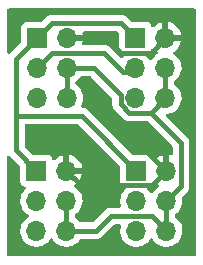
<source format=gbr>
%TF.GenerationSoftware,KiCad,Pcbnew,(6.0.7-1)-1*%
%TF.CreationDate,2022-10-12T15:16:06-04:00*%
%TF.ProjectId,Connection boardV1.0,436f6e6e-6563-4746-996f-6e20626f6172,rev?*%
%TF.SameCoordinates,Original*%
%TF.FileFunction,Copper,L1,Top*%
%TF.FilePolarity,Positive*%
%FSLAX46Y46*%
G04 Gerber Fmt 4.6, Leading zero omitted, Abs format (unit mm)*
G04 Created by KiCad (PCBNEW (6.0.7-1)-1) date 2022-10-12 15:16:06*
%MOMM*%
%LPD*%
G01*
G04 APERTURE LIST*
%TA.AperFunction,ComponentPad*%
%ADD10R,1.700000X1.700000*%
%TD*%
%TA.AperFunction,ComponentPad*%
%ADD11O,1.700000X1.700000*%
%TD*%
%TA.AperFunction,ViaPad*%
%ADD12C,0.800000*%
%TD*%
%TA.AperFunction,Conductor*%
%ADD13C,0.400000*%
%TD*%
G04 APERTURE END LIST*
D10*
%TO.P,J3,1,Pin_1*%
%TO.N,SCL*%
X111440200Y-114238800D03*
D11*
%TO.P,J3,2,Pin_2*%
%TO.N,GND*%
X113980200Y-114238800D03*
%TO.P,J3,3,Pin_3*%
%TO.N,SDA*%
X111440200Y-116778800D03*
%TO.P,J3,4,Pin_4*%
%TO.N,5V*%
X113980200Y-116778800D03*
%TO.P,J3,5,Pin_5*%
%TO.N,3.3V*%
X111440200Y-119318800D03*
%TO.P,J3,6,Pin_6*%
%TO.N,5V*%
X113980200Y-119318800D03*
%TD*%
D10*
%TO.P,J2,1,Pin_1*%
%TO.N,SCL*%
X111364000Y-102986600D03*
D11*
%TO.P,J2,2,Pin_2*%
%TO.N,GND*%
X113904000Y-102986600D03*
%TO.P,J2,3,Pin_3*%
%TO.N,SDA*%
X111364000Y-105526600D03*
%TO.P,J2,4,Pin_4*%
%TO.N,5V*%
X113904000Y-105526600D03*
%TO.P,J2,5,Pin_5*%
%TO.N,3.3V*%
X111364000Y-108066600D03*
%TO.P,J2,6,Pin_6*%
%TO.N,5V*%
X113904000Y-108066600D03*
%TD*%
D10*
%TO.P,J1,1,Pin_1*%
%TO.N,SCL*%
X103037800Y-102997000D03*
D11*
%TO.P,J1,2,Pin_2*%
%TO.N,GND*%
X105577800Y-102997000D03*
%TO.P,J1,3,Pin_3*%
%TO.N,SDA*%
X103037800Y-105537000D03*
%TO.P,J1,4,Pin_4*%
%TO.N,5V*%
X105577800Y-105537000D03*
%TO.P,J1,5,Pin_5*%
%TO.N,3.3V*%
X103037800Y-108077000D03*
%TO.P,J1,6,Pin_6*%
%TO.N,5V*%
X105577800Y-108077000D03*
%TD*%
D10*
%TO.P,J4,1,Pin_1*%
%TO.N,SCL*%
X102982000Y-114238800D03*
D11*
%TO.P,J4,2,Pin_2*%
%TO.N,GND*%
X105522000Y-114238800D03*
%TO.P,J4,3,Pin_3*%
%TO.N,SDA*%
X102982000Y-116778800D03*
%TO.P,J4,4,Pin_4*%
%TO.N,5V*%
X105522000Y-116778800D03*
%TO.P,J4,5,Pin_5*%
%TO.N,3.3V*%
X102982000Y-119318800D03*
%TO.P,J4,6,Pin_6*%
%TO.N,5V*%
X105522000Y-119318800D03*
%TD*%
D12*
%TO.N,GND*%
X108346400Y-107645200D03*
%TD*%
D13*
%TO.N,SDA*%
X110302200Y-105892600D02*
X110998000Y-105892600D01*
X108696600Y-104287000D02*
X110302200Y-105892600D01*
X104287800Y-104287000D02*
X108696600Y-104287000D01*
X110998000Y-105892600D02*
X111364000Y-105526600D01*
X103037800Y-105537000D02*
X104287800Y-104287000D01*
%TO.N,GND*%
X108346400Y-108605000D02*
X113980200Y-114238800D01*
X105577800Y-102997000D02*
X108874400Y-102997000D01*
X106772000Y-115488800D02*
X112730200Y-115488800D01*
X112730200Y-115488800D02*
X113980200Y-114238800D01*
X112654000Y-104236600D02*
X113904000Y-102986600D01*
X108346400Y-107645200D02*
X108346400Y-108605000D01*
X105522000Y-114238800D02*
X106772000Y-115488800D01*
X108874400Y-102997000D02*
X110114000Y-104236600D01*
X110114000Y-104236600D02*
X112654000Y-104236600D01*
%TO.N,5V*%
X112654000Y-109316600D02*
X115230200Y-111892800D01*
X110846233Y-109316600D02*
X112654000Y-109316600D01*
X113904000Y-108066600D02*
X113904000Y-105526600D01*
X107838400Y-105537000D02*
X110114000Y-107812600D01*
X113980200Y-119318800D02*
X113980200Y-116778800D01*
X105522000Y-116778800D02*
X105522000Y-119318800D01*
X105577800Y-105537000D02*
X105577800Y-108077000D01*
X112730200Y-118068800D02*
X113980200Y-119318800D01*
X105577800Y-105537000D02*
X107838400Y-105537000D01*
X110114000Y-107812600D02*
X110114000Y-108584367D01*
X110114000Y-108584367D02*
X110846233Y-109316600D01*
X115230200Y-115528800D02*
X113980200Y-116778800D01*
X112654000Y-109316600D02*
X113904000Y-108066600D01*
X108052000Y-119318800D02*
X109302000Y-118068800D01*
X115230200Y-111892800D02*
X115230200Y-115528800D01*
X105522000Y-119318800D02*
X108052000Y-119318800D01*
X109302000Y-118068800D02*
X112730200Y-118068800D01*
%TO.N,SCL*%
X101264225Y-109783225D02*
X101264225Y-112521025D01*
X101264225Y-104770575D02*
X101264225Y-109783225D01*
X110124400Y-101747000D02*
X104287800Y-101747000D01*
X101264225Y-112521025D02*
X102982000Y-114238800D01*
X111364000Y-102986600D02*
X110124400Y-101747000D01*
X101448962Y-109598488D02*
X101264225Y-109783225D01*
X104287800Y-101747000D02*
X103037800Y-102997000D01*
X103037800Y-102997000D02*
X101264225Y-104770575D01*
X111440200Y-114238800D02*
X106799888Y-109598488D01*
X106799888Y-109598488D02*
X101448962Y-109598488D01*
%TD*%
%TA.AperFunction,Conductor*%
%TO.N,GND*%
G36*
X116433621Y-100528502D02*
G01*
X116480114Y-100582158D01*
X116491500Y-100634500D01*
X116491500Y-121365500D01*
X116471498Y-121433621D01*
X116417842Y-121480114D01*
X116365500Y-121491500D01*
X100634500Y-121491500D01*
X100566379Y-121471498D01*
X100519886Y-121417842D01*
X100508500Y-121365500D01*
X100508500Y-113075117D01*
X100528502Y-113006996D01*
X100582158Y-112960503D01*
X100652432Y-112950399D01*
X100717012Y-112979893D01*
X100725937Y-112988742D01*
X100728868Y-112993006D01*
X100734537Y-112998057D01*
X100734538Y-112998058D01*
X100775395Y-113034460D01*
X100780671Y-113039441D01*
X101586595Y-113845365D01*
X101620621Y-113907677D01*
X101623500Y-113934460D01*
X101623500Y-115136934D01*
X101630255Y-115199116D01*
X101681385Y-115335505D01*
X101768739Y-115452061D01*
X101885295Y-115539415D01*
X101893704Y-115542567D01*
X101893705Y-115542568D01*
X102002451Y-115583335D01*
X102059216Y-115625976D01*
X102083916Y-115692538D01*
X102068709Y-115761887D01*
X102049316Y-115788368D01*
X101922629Y-115920938D01*
X101796743Y-116105480D01*
X101702688Y-116308105D01*
X101642989Y-116523370D01*
X101619251Y-116745495D01*
X101619548Y-116750648D01*
X101619548Y-116750651D01*
X101625011Y-116845390D01*
X101632110Y-116968515D01*
X101633247Y-116973561D01*
X101633248Y-116973567D01*
X101653119Y-117061739D01*
X101681222Y-117186439D01*
X101719461Y-117280611D01*
X101758072Y-117375698D01*
X101765266Y-117393416D01*
X101802689Y-117454485D01*
X101879291Y-117579488D01*
X101881987Y-117583888D01*
X102028250Y-117752738D01*
X102200126Y-117895432D01*
X102215675Y-117904518D01*
X102273445Y-117938276D01*
X102322169Y-117989914D01*
X102335240Y-118059697D01*
X102308509Y-118125469D01*
X102268055Y-118158827D01*
X102255607Y-118165307D01*
X102251474Y-118168410D01*
X102251471Y-118168412D01*
X102229357Y-118185016D01*
X102076965Y-118299435D01*
X101922629Y-118460938D01*
X101796743Y-118645480D01*
X101702688Y-118848105D01*
X101642989Y-119063370D01*
X101619251Y-119285495D01*
X101619548Y-119290648D01*
X101619548Y-119290651D01*
X101625011Y-119385390D01*
X101632110Y-119508515D01*
X101633247Y-119513561D01*
X101633248Y-119513567D01*
X101653119Y-119601739D01*
X101681222Y-119726439D01*
X101719461Y-119820611D01*
X101748535Y-119892211D01*
X101765266Y-119933416D01*
X101805449Y-119998989D01*
X101879291Y-120119488D01*
X101881987Y-120123888D01*
X102028250Y-120292738D01*
X102200126Y-120435432D01*
X102393000Y-120548138D01*
X102601692Y-120627830D01*
X102606760Y-120628861D01*
X102606763Y-120628862D01*
X102714017Y-120650683D01*
X102820597Y-120672367D01*
X102825772Y-120672557D01*
X102825774Y-120672557D01*
X103038673Y-120680364D01*
X103038677Y-120680364D01*
X103043837Y-120680553D01*
X103048957Y-120679897D01*
X103048959Y-120679897D01*
X103260288Y-120652825D01*
X103260289Y-120652825D01*
X103265416Y-120652168D01*
X103270366Y-120650683D01*
X103474429Y-120589461D01*
X103474434Y-120589459D01*
X103479384Y-120587974D01*
X103679994Y-120489696D01*
X103861860Y-120359973D01*
X104020096Y-120202289D01*
X104079594Y-120119489D01*
X104150453Y-120020877D01*
X104151776Y-120021828D01*
X104198645Y-119978657D01*
X104268580Y-119966425D01*
X104334026Y-119993944D01*
X104361875Y-120025794D01*
X104377852Y-120051866D01*
X104421987Y-120123888D01*
X104568250Y-120292738D01*
X104740126Y-120435432D01*
X104933000Y-120548138D01*
X105141692Y-120627830D01*
X105146760Y-120628861D01*
X105146763Y-120628862D01*
X105254017Y-120650683D01*
X105360597Y-120672367D01*
X105365772Y-120672557D01*
X105365774Y-120672557D01*
X105578673Y-120680364D01*
X105578677Y-120680364D01*
X105583837Y-120680553D01*
X105588957Y-120679897D01*
X105588959Y-120679897D01*
X105800288Y-120652825D01*
X105800289Y-120652825D01*
X105805416Y-120652168D01*
X105810366Y-120650683D01*
X106014429Y-120589461D01*
X106014434Y-120589459D01*
X106019384Y-120587974D01*
X106219994Y-120489696D01*
X106401860Y-120359973D01*
X106560096Y-120202289D01*
X106619594Y-120119489D01*
X106648132Y-120079774D01*
X106704127Y-120036126D01*
X106750455Y-120027300D01*
X108023088Y-120027300D01*
X108031658Y-120027592D01*
X108081776Y-120031009D01*
X108081780Y-120031009D01*
X108089352Y-120031525D01*
X108096829Y-120030220D01*
X108096830Y-120030220D01*
X108126298Y-120025077D01*
X108152303Y-120020538D01*
X108158821Y-120019577D01*
X108222242Y-120011902D01*
X108229343Y-120009219D01*
X108231952Y-120008578D01*
X108248262Y-120004115D01*
X108250798Y-120003350D01*
X108258284Y-120002043D01*
X108316800Y-119976356D01*
X108322904Y-119973865D01*
X108375548Y-119953973D01*
X108375549Y-119953972D01*
X108382656Y-119951287D01*
X108388919Y-119946983D01*
X108391285Y-119945746D01*
X108406097Y-119937501D01*
X108408351Y-119936168D01*
X108415305Y-119933115D01*
X108466002Y-119894213D01*
X108471332Y-119890341D01*
X108517720Y-119858461D01*
X108517725Y-119858456D01*
X108523981Y-119854157D01*
X108565436Y-119807629D01*
X108570416Y-119802354D01*
X109558565Y-118814205D01*
X109620877Y-118780179D01*
X109647660Y-118777300D01*
X110014826Y-118777300D01*
X110082947Y-118797302D01*
X110129440Y-118850958D01*
X110139544Y-118921232D01*
X110136245Y-118936964D01*
X110101189Y-119063370D01*
X110077451Y-119285495D01*
X110077748Y-119290648D01*
X110077748Y-119290651D01*
X110083211Y-119385390D01*
X110090310Y-119508515D01*
X110091447Y-119513561D01*
X110091448Y-119513567D01*
X110111319Y-119601739D01*
X110139422Y-119726439D01*
X110177661Y-119820611D01*
X110206735Y-119892211D01*
X110223466Y-119933416D01*
X110263649Y-119998989D01*
X110337491Y-120119488D01*
X110340187Y-120123888D01*
X110486450Y-120292738D01*
X110658326Y-120435432D01*
X110851200Y-120548138D01*
X111059892Y-120627830D01*
X111064960Y-120628861D01*
X111064963Y-120628862D01*
X111172217Y-120650683D01*
X111278797Y-120672367D01*
X111283972Y-120672557D01*
X111283974Y-120672557D01*
X111496873Y-120680364D01*
X111496877Y-120680364D01*
X111502037Y-120680553D01*
X111507157Y-120679897D01*
X111507159Y-120679897D01*
X111718488Y-120652825D01*
X111718489Y-120652825D01*
X111723616Y-120652168D01*
X111728566Y-120650683D01*
X111932629Y-120589461D01*
X111932634Y-120589459D01*
X111937584Y-120587974D01*
X112138194Y-120489696D01*
X112320060Y-120359973D01*
X112478296Y-120202289D01*
X112537794Y-120119489D01*
X112608653Y-120020877D01*
X112609976Y-120021828D01*
X112656845Y-119978657D01*
X112726780Y-119966425D01*
X112792226Y-119993944D01*
X112820075Y-120025794D01*
X112836052Y-120051866D01*
X112880187Y-120123888D01*
X113026450Y-120292738D01*
X113198326Y-120435432D01*
X113391200Y-120548138D01*
X113599892Y-120627830D01*
X113604960Y-120628861D01*
X113604963Y-120628862D01*
X113712217Y-120650683D01*
X113818797Y-120672367D01*
X113823972Y-120672557D01*
X113823974Y-120672557D01*
X114036873Y-120680364D01*
X114036877Y-120680364D01*
X114042037Y-120680553D01*
X114047157Y-120679897D01*
X114047159Y-120679897D01*
X114258488Y-120652825D01*
X114258489Y-120652825D01*
X114263616Y-120652168D01*
X114268566Y-120650683D01*
X114472629Y-120589461D01*
X114472634Y-120589459D01*
X114477584Y-120587974D01*
X114678194Y-120489696D01*
X114860060Y-120359973D01*
X115018296Y-120202289D01*
X115077794Y-120119489D01*
X115145635Y-120025077D01*
X115148653Y-120020877D01*
X115156367Y-120005270D01*
X115245336Y-119825253D01*
X115245337Y-119825251D01*
X115247630Y-119820611D01*
X115312570Y-119606869D01*
X115341729Y-119385390D01*
X115343356Y-119318800D01*
X115325052Y-119096161D01*
X115270631Y-118879502D01*
X115181554Y-118674640D01*
X115060214Y-118487077D01*
X114909870Y-118321851D01*
X114905819Y-118318652D01*
X114905815Y-118318648D01*
X114736608Y-118185016D01*
X114695545Y-118127098D01*
X114688700Y-118086134D01*
X114688700Y-118007097D01*
X114708702Y-117938976D01*
X114741532Y-117904518D01*
X114855856Y-117822972D01*
X114855859Y-117822970D01*
X114860060Y-117819973D01*
X115018296Y-117662289D01*
X115075504Y-117582676D01*
X115145635Y-117485077D01*
X115148653Y-117480877D01*
X115159413Y-117459107D01*
X115245336Y-117285253D01*
X115245337Y-117285251D01*
X115247630Y-117280611D01*
X115312570Y-117066869D01*
X115341729Y-116845390D01*
X115343356Y-116778800D01*
X115325052Y-116556161D01*
X115323793Y-116551148D01*
X115323791Y-116551137D01*
X115318315Y-116529340D01*
X115321118Y-116458398D01*
X115351423Y-116409547D01*
X115710720Y-116050250D01*
X115716985Y-116044396D01*
X115717438Y-116044001D01*
X115760585Y-116006361D01*
X115797329Y-115954080D01*
X115801261Y-115948786D01*
X115835991Y-115904493D01*
X115840676Y-115898518D01*
X115843799Y-115891602D01*
X115845183Y-115889316D01*
X115853557Y-115874635D01*
X115854822Y-115872275D01*
X115859190Y-115866061D01*
X115882403Y-115806523D01*
X115884959Y-115800442D01*
X115891802Y-115785288D01*
X115911245Y-115742227D01*
X115912629Y-115734760D01*
X115913430Y-115732205D01*
X115918059Y-115715952D01*
X115918722Y-115713372D01*
X115921482Y-115706291D01*
X115929822Y-115642939D01*
X115930853Y-115636432D01*
X115932340Y-115628412D01*
X115942496Y-115573614D01*
X115938909Y-115511408D01*
X115938700Y-115504154D01*
X115938700Y-111921712D01*
X115938992Y-111913142D01*
X115942409Y-111863024D01*
X115942409Y-111863020D01*
X115942925Y-111855448D01*
X115931938Y-111792497D01*
X115930976Y-111785975D01*
X115924214Y-111730098D01*
X115923302Y-111722558D01*
X115920619Y-111715457D01*
X115919978Y-111712848D01*
X115915515Y-111696538D01*
X115914750Y-111694002D01*
X115913443Y-111686516D01*
X115887756Y-111628000D01*
X115885265Y-111621896D01*
X115865373Y-111569252D01*
X115865372Y-111569251D01*
X115862687Y-111562144D01*
X115858383Y-111555881D01*
X115857146Y-111553515D01*
X115848901Y-111538703D01*
X115847568Y-111536449D01*
X115844515Y-111529495D01*
X115805613Y-111478798D01*
X115801741Y-111473468D01*
X115769861Y-111427080D01*
X115769856Y-111427075D01*
X115765557Y-111420819D01*
X115719029Y-111379364D01*
X115713754Y-111374384D01*
X113971685Y-109632315D01*
X113937659Y-109570003D01*
X113942724Y-109499188D01*
X113985271Y-109442352D01*
X114044768Y-109418242D01*
X114136003Y-109406554D01*
X114182289Y-109400625D01*
X114182292Y-109400624D01*
X114187416Y-109399968D01*
X114192366Y-109398483D01*
X114396429Y-109337261D01*
X114396434Y-109337259D01*
X114401384Y-109335774D01*
X114601994Y-109237496D01*
X114783860Y-109107773D01*
X114788868Y-109102783D01*
X114938435Y-108953737D01*
X114942096Y-108950089D01*
X114950450Y-108938464D01*
X115069435Y-108772877D01*
X115072453Y-108768677D01*
X115083133Y-108747069D01*
X115169136Y-108573053D01*
X115169137Y-108573051D01*
X115171430Y-108568411D01*
X115236370Y-108354669D01*
X115265529Y-108133190D01*
X115267156Y-108066600D01*
X115248852Y-107843961D01*
X115194431Y-107627302D01*
X115105354Y-107422440D01*
X114984014Y-107234877D01*
X114833670Y-107069651D01*
X114829619Y-107066452D01*
X114829615Y-107066448D01*
X114660408Y-106932816D01*
X114619345Y-106874898D01*
X114612500Y-106833934D01*
X114612500Y-106754897D01*
X114632502Y-106686776D01*
X114665332Y-106652318D01*
X114779656Y-106570772D01*
X114779659Y-106570770D01*
X114783860Y-106567773D01*
X114841036Y-106510797D01*
X114929155Y-106422985D01*
X114942096Y-106410089D01*
X114961978Y-106382421D01*
X115069435Y-106232877D01*
X115072453Y-106228677D01*
X115088180Y-106196857D01*
X115169136Y-106033053D01*
X115169137Y-106033051D01*
X115171430Y-106028411D01*
X115236370Y-105814669D01*
X115265529Y-105593190D01*
X115267156Y-105526600D01*
X115248852Y-105303961D01*
X115194431Y-105087302D01*
X115105354Y-104882440D01*
X114984014Y-104694877D01*
X114833670Y-104529651D01*
X114829619Y-104526452D01*
X114829615Y-104526448D01*
X114662414Y-104394400D01*
X114662410Y-104394398D01*
X114658359Y-104391198D01*
X114616569Y-104368129D01*
X114566598Y-104317697D01*
X114551826Y-104248254D01*
X114576942Y-104181848D01*
X114604294Y-104155241D01*
X114779328Y-104030392D01*
X114787200Y-104023739D01*
X114938052Y-103873412D01*
X114944730Y-103865565D01*
X115069003Y-103692620D01*
X115074313Y-103683783D01*
X115168670Y-103492867D01*
X115172469Y-103483272D01*
X115234377Y-103279510D01*
X115236555Y-103269437D01*
X115237986Y-103258562D01*
X115235775Y-103244378D01*
X115222617Y-103240600D01*
X113776000Y-103240600D01*
X113707879Y-103220598D01*
X113661386Y-103166942D01*
X113650000Y-103114600D01*
X113650000Y-102714485D01*
X114158000Y-102714485D01*
X114162475Y-102729724D01*
X114163865Y-102730929D01*
X114171548Y-102732600D01*
X115222344Y-102732600D01*
X115235875Y-102728627D01*
X115237180Y-102719547D01*
X115195214Y-102552475D01*
X115191894Y-102542724D01*
X115106972Y-102347414D01*
X115102105Y-102338339D01*
X114986426Y-102159526D01*
X114980136Y-102151357D01*
X114836806Y-101993840D01*
X114829273Y-101986815D01*
X114662139Y-101854822D01*
X114653552Y-101849117D01*
X114467117Y-101746199D01*
X114457705Y-101741969D01*
X114256959Y-101670880D01*
X114246988Y-101668246D01*
X114175837Y-101655572D01*
X114162540Y-101657032D01*
X114158000Y-101671589D01*
X114158000Y-102714485D01*
X113650000Y-102714485D01*
X113650000Y-101669702D01*
X113646082Y-101656358D01*
X113631806Y-101654371D01*
X113593324Y-101660260D01*
X113583288Y-101662651D01*
X113380868Y-101728812D01*
X113371359Y-101732809D01*
X113182463Y-101831142D01*
X113173738Y-101836636D01*
X113003433Y-101964505D01*
X112995726Y-101971348D01*
X112918478Y-102052184D01*
X112856954Y-102087614D01*
X112786042Y-102084157D01*
X112728255Y-102042911D01*
X112709402Y-102009363D01*
X112667767Y-101898303D01*
X112664615Y-101889895D01*
X112577261Y-101773339D01*
X112460705Y-101685985D01*
X112324316Y-101634855D01*
X112262134Y-101628100D01*
X111059660Y-101628100D01*
X110991539Y-101608098D01*
X110970565Y-101591195D01*
X110645850Y-101266480D01*
X110639996Y-101260215D01*
X110638212Y-101258170D01*
X110601961Y-101216615D01*
X110549680Y-101179871D01*
X110544386Y-101175939D01*
X110500093Y-101141209D01*
X110494118Y-101136524D01*
X110487202Y-101133401D01*
X110484916Y-101132017D01*
X110470235Y-101123643D01*
X110467875Y-101122378D01*
X110461661Y-101118010D01*
X110454582Y-101115250D01*
X110454580Y-101115249D01*
X110402125Y-101094798D01*
X110396056Y-101092247D01*
X110337827Y-101065955D01*
X110330360Y-101064571D01*
X110327805Y-101063770D01*
X110311552Y-101059141D01*
X110308972Y-101058478D01*
X110301891Y-101055718D01*
X110294360Y-101054727D01*
X110294358Y-101054726D01*
X110264739Y-101050827D01*
X110238539Y-101047378D01*
X110232041Y-101046348D01*
X110169214Y-101034704D01*
X110161634Y-101035141D01*
X110161633Y-101035141D01*
X110107008Y-101038291D01*
X110099754Y-101038500D01*
X104316712Y-101038500D01*
X104308142Y-101038208D01*
X104258024Y-101034791D01*
X104258020Y-101034791D01*
X104250448Y-101034275D01*
X104242971Y-101035580D01*
X104242970Y-101035580D01*
X104216492Y-101040201D01*
X104187497Y-101045262D01*
X104180979Y-101046223D01*
X104117558Y-101053898D01*
X104110457Y-101056581D01*
X104107848Y-101057222D01*
X104091538Y-101061685D01*
X104089002Y-101062450D01*
X104081516Y-101063757D01*
X104069386Y-101069082D01*
X104023005Y-101089442D01*
X104016901Y-101091933D01*
X103957144Y-101114513D01*
X103950881Y-101118817D01*
X103948515Y-101120054D01*
X103933703Y-101128299D01*
X103931449Y-101129632D01*
X103924495Y-101132685D01*
X103873798Y-101171587D01*
X103868468Y-101175459D01*
X103822080Y-101207339D01*
X103822075Y-101207344D01*
X103815819Y-101211643D01*
X103810768Y-101217313D01*
X103810766Y-101217314D01*
X103774365Y-101258170D01*
X103769384Y-101263446D01*
X103431235Y-101601595D01*
X103368923Y-101635621D01*
X103342140Y-101638500D01*
X102139666Y-101638500D01*
X102077484Y-101645255D01*
X101941095Y-101696385D01*
X101824539Y-101783739D01*
X101737185Y-101900295D01*
X101686055Y-102036684D01*
X101679300Y-102098866D01*
X101679300Y-103301340D01*
X101659298Y-103369461D01*
X101642395Y-103390435D01*
X100783705Y-104249125D01*
X100777440Y-104254979D01*
X100733840Y-104293014D01*
X100729474Y-104299226D01*
X100728136Y-104300712D01*
X100667689Y-104337951D01*
X100596706Y-104336599D01*
X100537721Y-104297085D01*
X100509464Y-104231954D01*
X100508500Y-104216401D01*
X100508500Y-100634500D01*
X100528502Y-100566379D01*
X100582158Y-100519886D01*
X100634500Y-100508500D01*
X116365500Y-100508500D01*
X116433621Y-100528502D01*
G37*
%TD.AperFunction*%
%TA.AperFunction,Conductor*%
G36*
X106522349Y-110326990D02*
G01*
X106543323Y-110343893D01*
X110044795Y-113845366D01*
X110078821Y-113907678D01*
X110081700Y-113934460D01*
X110081700Y-115136934D01*
X110088455Y-115199116D01*
X110139585Y-115335505D01*
X110226939Y-115452061D01*
X110343495Y-115539415D01*
X110351904Y-115542567D01*
X110351905Y-115542568D01*
X110460651Y-115583335D01*
X110517416Y-115625976D01*
X110542116Y-115692538D01*
X110526909Y-115761887D01*
X110507516Y-115788368D01*
X110380829Y-115920938D01*
X110254943Y-116105480D01*
X110160888Y-116308105D01*
X110101189Y-116523370D01*
X110077451Y-116745495D01*
X110077748Y-116750648D01*
X110077748Y-116750651D01*
X110083211Y-116845390D01*
X110090310Y-116968515D01*
X110091447Y-116973561D01*
X110091448Y-116973567D01*
X110111319Y-117061739D01*
X110139422Y-117186439D01*
X110141366Y-117191227D01*
X110142914Y-117196167D01*
X110140591Y-117196895D01*
X110146723Y-117257436D01*
X110114552Y-117320726D01*
X110053272Y-117356576D01*
X110022865Y-117360300D01*
X109330912Y-117360300D01*
X109322342Y-117360008D01*
X109272224Y-117356591D01*
X109272220Y-117356591D01*
X109264648Y-117356075D01*
X109257171Y-117357380D01*
X109257170Y-117357380D01*
X109230692Y-117362001D01*
X109201697Y-117367062D01*
X109195179Y-117368023D01*
X109131758Y-117375698D01*
X109124657Y-117378381D01*
X109122048Y-117379022D01*
X109105738Y-117383485D01*
X109103202Y-117384250D01*
X109095716Y-117385557D01*
X109067781Y-117397820D01*
X109037205Y-117411242D01*
X109031101Y-117413733D01*
X108971344Y-117436313D01*
X108965081Y-117440617D01*
X108962715Y-117441854D01*
X108947903Y-117450099D01*
X108945649Y-117451432D01*
X108938695Y-117454485D01*
X108887998Y-117493387D01*
X108882668Y-117497259D01*
X108836280Y-117529139D01*
X108836275Y-117529144D01*
X108830019Y-117533443D01*
X108824968Y-117539113D01*
X108824966Y-117539114D01*
X108788565Y-117579970D01*
X108783584Y-117585246D01*
X107795435Y-118573395D01*
X107733123Y-118607421D01*
X107706340Y-118610300D01*
X106750286Y-118610300D01*
X106682165Y-118590298D01*
X106644494Y-118552741D01*
X106602014Y-118487077D01*
X106451670Y-118321851D01*
X106447619Y-118318652D01*
X106447615Y-118318648D01*
X106278408Y-118185016D01*
X106237345Y-118127098D01*
X106230500Y-118086134D01*
X106230500Y-118007097D01*
X106250502Y-117938976D01*
X106283332Y-117904518D01*
X106397656Y-117822972D01*
X106397659Y-117822970D01*
X106401860Y-117819973D01*
X106560096Y-117662289D01*
X106617304Y-117582676D01*
X106687435Y-117485077D01*
X106690453Y-117480877D01*
X106701213Y-117459107D01*
X106787136Y-117285253D01*
X106787137Y-117285251D01*
X106789430Y-117280611D01*
X106854370Y-117066869D01*
X106883529Y-116845390D01*
X106885156Y-116778800D01*
X106866852Y-116556161D01*
X106812431Y-116339502D01*
X106723354Y-116134640D01*
X106602014Y-115947077D01*
X106451670Y-115781851D01*
X106447619Y-115778652D01*
X106447615Y-115778648D01*
X106280414Y-115646600D01*
X106280410Y-115646598D01*
X106276359Y-115643398D01*
X106234569Y-115620329D01*
X106184598Y-115569897D01*
X106169826Y-115500454D01*
X106194942Y-115434048D01*
X106222294Y-115407441D01*
X106397328Y-115282592D01*
X106405200Y-115275939D01*
X106556052Y-115125612D01*
X106562730Y-115117765D01*
X106687003Y-114944820D01*
X106692313Y-114935983D01*
X106786670Y-114745067D01*
X106790469Y-114735472D01*
X106852377Y-114531710D01*
X106854555Y-114521637D01*
X106855986Y-114510762D01*
X106853775Y-114496578D01*
X106840617Y-114492800D01*
X105394000Y-114492800D01*
X105325879Y-114472798D01*
X105279386Y-114419142D01*
X105268000Y-114366800D01*
X105268000Y-113966685D01*
X105776000Y-113966685D01*
X105780475Y-113981924D01*
X105781865Y-113983129D01*
X105789548Y-113984800D01*
X106840344Y-113984800D01*
X106853875Y-113980827D01*
X106855180Y-113971747D01*
X106813214Y-113804675D01*
X106809894Y-113794924D01*
X106724972Y-113599614D01*
X106720105Y-113590539D01*
X106604426Y-113411726D01*
X106598136Y-113403557D01*
X106454806Y-113246040D01*
X106447273Y-113239015D01*
X106280139Y-113107022D01*
X106271552Y-113101317D01*
X106085117Y-112998399D01*
X106075705Y-112994169D01*
X105874959Y-112923080D01*
X105864988Y-112920446D01*
X105793837Y-112907772D01*
X105780540Y-112909232D01*
X105776000Y-112923789D01*
X105776000Y-113966685D01*
X105268000Y-113966685D01*
X105268000Y-112921902D01*
X105264082Y-112908558D01*
X105249806Y-112906571D01*
X105211324Y-112912460D01*
X105201288Y-112914851D01*
X104998868Y-112981012D01*
X104989359Y-112985009D01*
X104800463Y-113083342D01*
X104791738Y-113088836D01*
X104621433Y-113216705D01*
X104613726Y-113223548D01*
X104536478Y-113304384D01*
X104474954Y-113339814D01*
X104404042Y-113336357D01*
X104346255Y-113295111D01*
X104327402Y-113261563D01*
X104285767Y-113150503D01*
X104282615Y-113142095D01*
X104195261Y-113025539D01*
X104078705Y-112938185D01*
X103942316Y-112887055D01*
X103880134Y-112880300D01*
X102677660Y-112880300D01*
X102609539Y-112860298D01*
X102588565Y-112843395D01*
X102009630Y-112264460D01*
X101975604Y-112202148D01*
X101972725Y-112175365D01*
X101972725Y-110432988D01*
X101992727Y-110364867D01*
X102046383Y-110318374D01*
X102098725Y-110306988D01*
X106454228Y-110306988D01*
X106522349Y-110326990D01*
G37*
%TD.AperFunction*%
%TA.AperFunction,Conductor*%
G36*
X112963550Y-115151392D02*
G01*
X112998217Y-115179380D01*
X113023418Y-115208473D01*
X113030780Y-115215683D01*
X113194634Y-115351716D01*
X113203081Y-115357631D01*
X113272169Y-115398003D01*
X113320893Y-115449642D01*
X113333964Y-115519425D01*
X113307233Y-115585196D01*
X113266784Y-115618552D01*
X113253807Y-115625307D01*
X113249674Y-115628410D01*
X113249671Y-115628412D01*
X113079300Y-115756330D01*
X113075165Y-115759435D01*
X112920829Y-115920938D01*
X112813401Y-116078421D01*
X112758493Y-116123421D01*
X112687968Y-116131592D01*
X112624221Y-116100338D01*
X112603524Y-116075854D01*
X112523022Y-115951417D01*
X112523020Y-115951414D01*
X112520214Y-115947077D01*
X112516732Y-115943250D01*
X112372998Y-115785288D01*
X112341946Y-115721442D01*
X112350341Y-115650943D01*
X112395517Y-115596175D01*
X112421961Y-115582506D01*
X112528497Y-115542567D01*
X112536905Y-115539415D01*
X112653461Y-115452061D01*
X112740815Y-115335505D01*
X112784998Y-115217648D01*
X112827640Y-115160884D01*
X112894201Y-115136184D01*
X112963550Y-115151392D01*
G37*
%TD.AperFunction*%
%TA.AperFunction,Conductor*%
G36*
X107560861Y-106265502D02*
G01*
X107581835Y-106282405D01*
X109368595Y-108069166D01*
X109402621Y-108131478D01*
X109405500Y-108158261D01*
X109405500Y-108555455D01*
X109405208Y-108564025D01*
X109403884Y-108583452D01*
X109401275Y-108621719D01*
X109402580Y-108629196D01*
X109402580Y-108629197D01*
X109412261Y-108684666D01*
X109413223Y-108691188D01*
X109420898Y-108754609D01*
X109423581Y-108761710D01*
X109424222Y-108764319D01*
X109428685Y-108780629D01*
X109429450Y-108783165D01*
X109430757Y-108790651D01*
X109433811Y-108797608D01*
X109456442Y-108849162D01*
X109458935Y-108855271D01*
X109472379Y-108890849D01*
X109481513Y-108915023D01*
X109485817Y-108921286D01*
X109487054Y-108923652D01*
X109495299Y-108938464D01*
X109496632Y-108940718D01*
X109499685Y-108947672D01*
X109527182Y-108983505D01*
X109538579Y-108998358D01*
X109542459Y-109003699D01*
X109574339Y-109050087D01*
X109574344Y-109050092D01*
X109578643Y-109056348D01*
X109584313Y-109061399D01*
X109584314Y-109061401D01*
X109625170Y-109097802D01*
X109630446Y-109102783D01*
X110324783Y-109797120D01*
X110330637Y-109803385D01*
X110368672Y-109846985D01*
X110374890Y-109851355D01*
X110420930Y-109883712D01*
X110426226Y-109887645D01*
X110476515Y-109927077D01*
X110483437Y-109930202D01*
X110485685Y-109931564D01*
X110500418Y-109939968D01*
X110502757Y-109941222D01*
X110508972Y-109945590D01*
X110516048Y-109948349D01*
X110516052Y-109948351D01*
X110568502Y-109968800D01*
X110574567Y-109971349D01*
X110632806Y-109997645D01*
X110640271Y-109999029D01*
X110642815Y-109999826D01*
X110659081Y-110004459D01*
X110661661Y-110005121D01*
X110668742Y-110007882D01*
X110676275Y-110008874D01*
X110676276Y-110008874D01*
X110708932Y-110013173D01*
X110732090Y-110016222D01*
X110738588Y-110017250D01*
X110801420Y-110028896D01*
X110809000Y-110028459D01*
X110809001Y-110028459D01*
X110863626Y-110025309D01*
X110870880Y-110025100D01*
X112308340Y-110025100D01*
X112376461Y-110045102D01*
X112397435Y-110062005D01*
X114484795Y-112149365D01*
X114518821Y-112211677D01*
X114521700Y-112238460D01*
X114521700Y-112811560D01*
X114501698Y-112879681D01*
X114448042Y-112926174D01*
X114377768Y-112936278D01*
X114353640Y-112930333D01*
X114333159Y-112923080D01*
X114323188Y-112920446D01*
X114252037Y-112907772D01*
X114238740Y-112909232D01*
X114234200Y-112923789D01*
X114234200Y-114366800D01*
X114214198Y-114434921D01*
X114160542Y-114481414D01*
X114108200Y-114492800D01*
X113852200Y-114492800D01*
X113784079Y-114472798D01*
X113737586Y-114419142D01*
X113726200Y-114366800D01*
X113726200Y-112921902D01*
X113722282Y-112908558D01*
X113708006Y-112906571D01*
X113669524Y-112912460D01*
X113659488Y-112914851D01*
X113457068Y-112981012D01*
X113447559Y-112985009D01*
X113258663Y-113083342D01*
X113249938Y-113088836D01*
X113079633Y-113216705D01*
X113071926Y-113223548D01*
X112994678Y-113304384D01*
X112933154Y-113339814D01*
X112862242Y-113336357D01*
X112804455Y-113295111D01*
X112785602Y-113261563D01*
X112743967Y-113150503D01*
X112740815Y-113142095D01*
X112653461Y-113025539D01*
X112536905Y-112938185D01*
X112400516Y-112887055D01*
X112338334Y-112880300D01*
X111135860Y-112880300D01*
X111067739Y-112860298D01*
X111046765Y-112843395D01*
X107321338Y-109117968D01*
X107315484Y-109111703D01*
X107308877Y-109104129D01*
X107277449Y-109068103D01*
X107225168Y-109031359D01*
X107219874Y-109027427D01*
X107175581Y-108992697D01*
X107169606Y-108988012D01*
X107162690Y-108984889D01*
X107160404Y-108983505D01*
X107145723Y-108975131D01*
X107143363Y-108973866D01*
X107137149Y-108969498D01*
X107130070Y-108966738D01*
X107130068Y-108966737D01*
X107077613Y-108946286D01*
X107071544Y-108943735D01*
X107013315Y-108917443D01*
X107005848Y-108916059D01*
X107003293Y-108915258D01*
X106987040Y-108910629D01*
X106984460Y-108909966D01*
X106977379Y-108907206D01*
X106969848Y-108906215D01*
X106969846Y-108906214D01*
X106940227Y-108902315D01*
X106914027Y-108898866D01*
X106907529Y-108897836D01*
X106869828Y-108890849D01*
X106806493Y-108858768D01*
X106770557Y-108797538D01*
X106773429Y-108726599D01*
X106779833Y-108711132D01*
X106789479Y-108691616D01*
X106845230Y-108578811D01*
X106910170Y-108365069D01*
X106939329Y-108143590D01*
X106940956Y-108077000D01*
X106922652Y-107854361D01*
X106868231Y-107637702D01*
X106779154Y-107432840D01*
X106657814Y-107245277D01*
X106507470Y-107080051D01*
X106503419Y-107076852D01*
X106503415Y-107076848D01*
X106334208Y-106943216D01*
X106293145Y-106885298D01*
X106286300Y-106844334D01*
X106286300Y-106765297D01*
X106306302Y-106697176D01*
X106339132Y-106662718D01*
X106453456Y-106581172D01*
X106453459Y-106581170D01*
X106457660Y-106578173D01*
X106468097Y-106567773D01*
X106612235Y-106424137D01*
X106615896Y-106420489D01*
X106672233Y-106342088D01*
X106703932Y-106297974D01*
X106759927Y-106254326D01*
X106806255Y-106245500D01*
X107492740Y-106245500D01*
X107560861Y-106265502D01*
G37*
%TD.AperFunction*%
%TA.AperFunction,Conductor*%
G36*
X112887350Y-103899192D02*
G01*
X112922017Y-103927180D01*
X112947218Y-103956273D01*
X112954580Y-103963483D01*
X113118434Y-104099516D01*
X113126881Y-104105431D01*
X113195969Y-104145803D01*
X113244693Y-104197442D01*
X113257764Y-104267225D01*
X113231033Y-104332996D01*
X113190584Y-104366352D01*
X113177607Y-104373107D01*
X113173474Y-104376210D01*
X113173471Y-104376212D01*
X113049567Y-104469242D01*
X112998965Y-104507235D01*
X112844629Y-104668738D01*
X112737201Y-104826221D01*
X112682293Y-104871221D01*
X112611768Y-104879392D01*
X112548021Y-104848138D01*
X112527324Y-104823654D01*
X112446822Y-104699217D01*
X112446820Y-104699214D01*
X112444014Y-104694877D01*
X112427283Y-104676490D01*
X112296798Y-104533088D01*
X112265746Y-104469242D01*
X112274141Y-104398743D01*
X112319317Y-104343975D01*
X112345761Y-104330306D01*
X112452297Y-104290367D01*
X112460705Y-104287215D01*
X112577261Y-104199861D01*
X112664615Y-104083305D01*
X112708798Y-103965448D01*
X112751440Y-103908684D01*
X112818001Y-103883984D01*
X112887350Y-103899192D01*
G37*
%TD.AperFunction*%
%TA.AperFunction,Conductor*%
G36*
X109846861Y-102475502D02*
G01*
X109867835Y-102492405D01*
X109968595Y-102593165D01*
X110002621Y-102655477D01*
X110005500Y-102682260D01*
X110005500Y-103884734D01*
X110012255Y-103946916D01*
X110063385Y-104083305D01*
X110150739Y-104199861D01*
X110267295Y-104287215D01*
X110275704Y-104290367D01*
X110275705Y-104290368D01*
X110384451Y-104331135D01*
X110441216Y-104373776D01*
X110465916Y-104440338D01*
X110450709Y-104509687D01*
X110431316Y-104536168D01*
X110304629Y-104668738D01*
X110301720Y-104673003D01*
X110301714Y-104673011D01*
X110299341Y-104676490D01*
X110244432Y-104721495D01*
X110173907Y-104729669D01*
X110106155Y-104694585D01*
X109218050Y-103806480D01*
X109212196Y-103800215D01*
X109211801Y-103799762D01*
X109174161Y-103756615D01*
X109121880Y-103719871D01*
X109116586Y-103715939D01*
X109072293Y-103681209D01*
X109066318Y-103676524D01*
X109059402Y-103673401D01*
X109057116Y-103672017D01*
X109042435Y-103663643D01*
X109040075Y-103662378D01*
X109033861Y-103658010D01*
X109026782Y-103655250D01*
X109026780Y-103655249D01*
X108974325Y-103634798D01*
X108968256Y-103632247D01*
X108910027Y-103605955D01*
X108902560Y-103604571D01*
X108900005Y-103603770D01*
X108883752Y-103599141D01*
X108881172Y-103598478D01*
X108874091Y-103595718D01*
X108866560Y-103594727D01*
X108866558Y-103594726D01*
X108836939Y-103590827D01*
X108810739Y-103587378D01*
X108804241Y-103586348D01*
X108741414Y-103574704D01*
X108733834Y-103575141D01*
X108733833Y-103575141D01*
X108679208Y-103578291D01*
X108671954Y-103578500D01*
X106990465Y-103578500D01*
X106922344Y-103558498D01*
X106875851Y-103504842D01*
X106865747Y-103434568D01*
X106869907Y-103415871D01*
X106908177Y-103289910D01*
X106910355Y-103279837D01*
X106911786Y-103268962D01*
X106909575Y-103254778D01*
X106896417Y-103251000D01*
X105449800Y-103251000D01*
X105381679Y-103230998D01*
X105335186Y-103177342D01*
X105323800Y-103125000D01*
X105323800Y-102869000D01*
X105343802Y-102800879D01*
X105397458Y-102754386D01*
X105449800Y-102743000D01*
X106896144Y-102743000D01*
X106909675Y-102739027D01*
X106910980Y-102729947D01*
X106881403Y-102612196D01*
X106884207Y-102541255D01*
X106924920Y-102483091D01*
X106990615Y-102456172D01*
X107003607Y-102455500D01*
X109778740Y-102455500D01*
X109846861Y-102475502D01*
G37*
%TD.AperFunction*%
%TD*%
M02*

</source>
